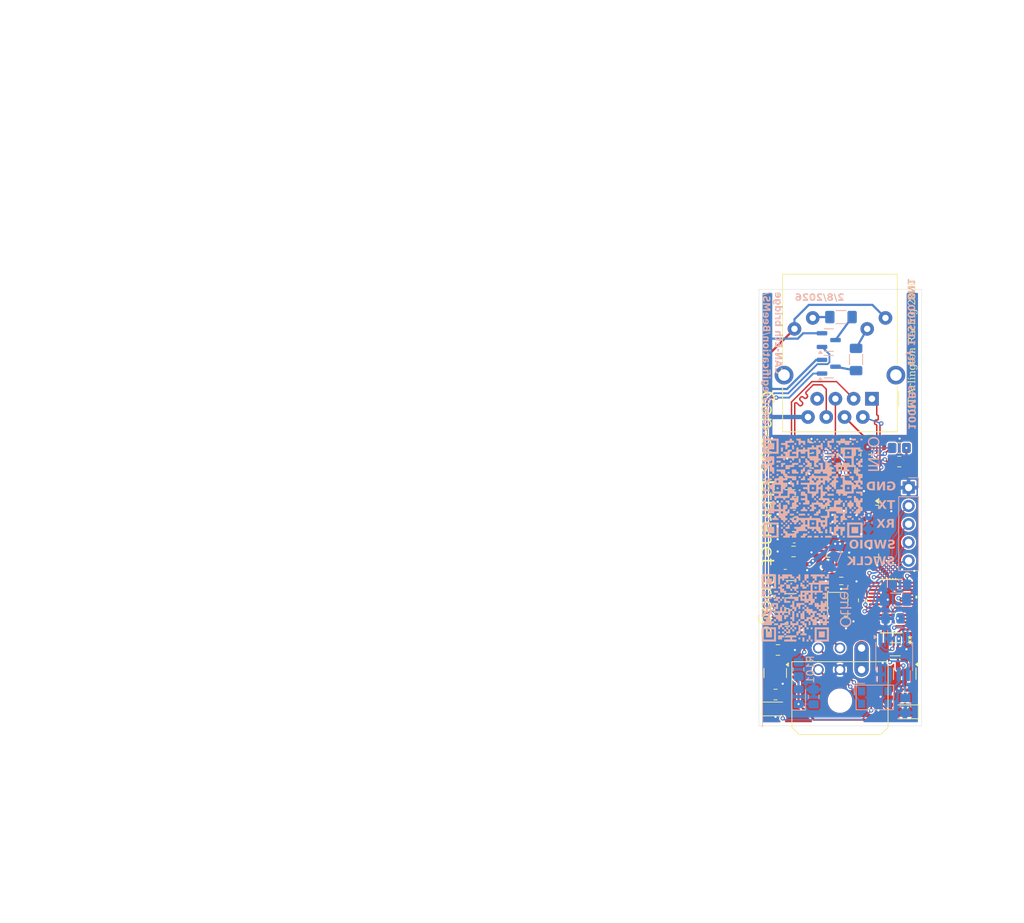
<source format=kicad_pcb>
(kicad_pcb (version 20241229) (generator "pcbnew") (generator_version "9.0")
  (layers (0 "F.Cu" signal) (2 "B.Cu" signal) (13 "F.Paste" user) (15 "B.Paste" user) (5 "F.SilkS" user "F.Silkscreen") (7 "B.SilkS" user "B.Silkscreen") (1 "F.Mask" user) (3 "B.Mask" user) (25 "Edge.Cuts" user))
  (net 0 "")
  (net 1 "/GLV+")
  (net 2 "GND")
  (net 3 "+5V")
  (net 4 "+3.3V")
  (net 5 "Net-(D101-K)")
  (net 6 "Net-(D105-K)")
  (net 7 "Net-(U103-CANH)")
  (net 8 "Net-(U103-CANL)")
  (net 9 "/Ethernet/+3.3VA")
  (net 10 "Net-(U301-XI{slash}CLKIN)")
  (net 11 "Net-(C306-Pad1)")
  (net 12 "Net-(U301-1V2O)")
  (net 13 "Net-(U301-TOCAP)")
  (net 14 "/Ethernet/RD+")
  (net 15 "/Ethernet/RD-")
  (net 16 "Net-(J301-TCT)")
  (net 17 "Net-(J301-RCT)")
  (net 18 "Net-(U104-PA2_{slash}_ROSC)")
  (net 19 "Net-(U104-NRST)")
  (net 20 "/led.i1")
  (net 21 "/led.sched")
  (net 22 "/prog.uart_ui_rx")
  (net 23 "/prog.uart_ui_tx")
  (net 25 "Net-(J301-PadL2)")
  (net 27 "/Ethernet/TD-")
  (net 29 "Net-(J301-PadL3)")
  (net 30 "/Ethernet/TD+")
  (net 31 "/prog.SWCLK")
  (net 32 "/G_IL+")
  (net 33 "/prog.SWDIO")
  (net 34 "Net-(Q301-C)")
  (net 35 "Net-(Q301-B)")
  (net 36 "Net-(Q302-C)")
  (net 37 "Net-(Q302-B)")
  (net 38 "Net-(U301-XO)")
  (net 39 "Net-(U301-EXRES1)")
  (net 40 "/Ethernet/RX+")
  (net 41 "/Ethernet/RX-")
  (net 42 "/G_CAN-")
  (net 43 "/can.tx")
  (net 44 "/can.rx")
  (net 45 "/G_CAN+")
  (net 47 "/eth.MISO{slash}POCI")
  (net 51 "/eth.reset_N")
  (net 61 "/eth.MOSI{slash}PICO")
  (net 62 "/eth.cs_N")
  (net 66 "/eth.SCLK")
  (net 67 "/eth.irq_N")
  (net 68 "/vcore")
  (net 69 "Net-(U301-LINKLED)")
  (net 70 "Net-(U301-ACTLED)")
  (net 78 "Net-(D102-K)")
  (net 80 "Net-(D101-A)")
  (footprint "Capacitor_SMD:C_1206_3216Metric_Pad1.33x1.80mm_HandSolder" (layer "F.Cu") (at 152.337499 111.7)
    (property "Reference" "C105" (hide yes))
    (property "Value" "10u")
  )
  (footprint "Resistor_SMD:R_0805_2012Metric_Pad1.20x1.40mm_HandSolder" (layer "F.Cu") (at 144.124999 86.549999 -90)
    (property "Reference" "R314" (hide yes))
    (property "Value" "49.9")
  )
  (footprint "Resistor_SMD:R_0805_2012Metric_Pad1.20x1.40mm_HandSolder" (layer "F.Cu") (at 137.25 107.3)
    (property "Reference" "R311" (hide yes))
    (property "Value" "2.4k")
  )
  (footprint "Resistor_SMD:R_0805_2012Metric_Pad1.20x1.40mm_HandSolder" (layer "F.Cu") (at 146.024999 86.549999 -90)
    (property "Reference" "R310" (hide yes))
    (property "Value" "49.9")
  )
  (footprint "Capacitor_SMD:C_1206_3216Metric_Pad1.33x1.80mm_HandSolder" (layer "F.Cu") (at 137.880001 103.05 180)
    (property "Reference" "C309" (hide yes))
    (property "Value" "10u")
  )
  (footprint "Package_QFP:LQFP-48_7x7mm_P0.5mm" (layer "F.Cu") (at 146.4325 95.275 -90)
    (property "Reference" "U301" (hide yes))
    (property "Value" "W5500")
  )
  (footprint "Capacitor_SMD:C_0805_2012Metric_Pad1.18x1.45mm_HandSolder" (layer "F.Cu") (at 140.7 85.75 180)
    (property "Reference" "C316" (hide yes))
    (property "Value" "6.8n")
  )
  (footprint "Capacitor_SMD:C_0805_2012Metric_Pad1.18x1.45mm_HandSolder" (layer "F.Cu") (at 137.280001 105.3 180)
    (property "Reference" "C313" (hide yes))
    (property "Value" "220n")
  )
  (footprint "Resistor_SMD:R_0805_2012Metric_Pad1.20x1.40mm_HandSolder" (layer "F.Cu") (at 153.7 118.4 180)
    (property "Reference" "R103" (hide yes))
    (property "Value" "2.4k")
  )
  (footprint "Resistor_SMD:R_0805_2012Metric_Pad1.20x1.40mm_HandSolder" (layer "F.Cu") (at 146.5 104.89 90)
    (property "Reference" "R302" (hide yes))
    (property "Value" "10")
  )
  (footprint "Capacitor_SMD:C_0603_1608Metric_Pad1.08x0.95mm_HandSolder" (layer "F.Cu") (at 138.3 92.875 180)
    (property "Reference" "C305" (hide yes))
    (property "Value" "100n")
  )
  (footprint "Connector_RJ:RJ45_Amphenol_RJMG1BD3B8K1ANR" (layer "F.Cu") (at 149.105 76.86 180)
    (property "Reference" "J301" (hide yes))
    (property "Value" "RJ45_Amphenol_RJMG1BD3B8K1ANR")
  )
  (footprint "Package_TO_SOT_SMD:SOT-23" (layer "F.Cu") (at 135.6625 115 -90)
    (property "Reference" "U102" (hide yes))
    (property "Value" "AP7381-33SA-7")
  )
  (footprint "Resistor_SMD:R_0805_2012Metric_Pad1.20x1.40mm_HandSolder" (layer "F.Cu") (at 152.9 83.7)
    (property "Reference" "R309" (hide yes))
    (property "Value" "49.9")
  )
  (footprint "Capacitor_SMD:C_0805_2012Metric_Pad1.18x1.45mm_HandSolder" (layer "F.Cu") (at 141.7 106.9 -90)
    (property "Reference" "C303" (hide yes))
    (property "Value" "18p")
  )
  (footprint "Capacitor_SMD:C_0805_2012Metric_Pad1.18x1.45mm_HandSolder" (layer "F.Cu") (at 145.5 107.82)
    (property "Reference" "C306" (hide yes))
    (property "Value" "18p")
  )
  (footprint "zzLocalLibraries-Footprints:VSSOP28_DGS_TEX-M" (layer "F.Cu") (at 151.8 105.7 180)
    (property "Reference" "U104" (hide yes))
    (property "Value" "XMSM0G3507SDGS28R")
  )
  (footprint "Crystal:Crystal_SMD_2016-4Pin_2.0x1.6mm" (layer "F.Cu") (at 144.150001 105.2 -90)
    (property "Reference" "Y301" (hide yes))
    (property "Value" "Crystal_GND24")
  )
  (footprint "Resistor_SMD:R_0603_1608Metric_Pad0.98x0.95mm_HandSolder" (layer "F.Cu") (at 144.840001 102.2)
    (property "Reference" "R301" (hide yes))
    (property "Value" "1M")
  )
  (footprint "Connector_Molex:Molex_Micro-Fit_3.0_43045-0600_2x03_P3.00mm_Horizontal" (layer "F.Cu") (at 147.66 114.53 180)
    (property "Reference" "J101" (hide yes))
    (property "Value" "Global LV and CAN")
  )
  (footprint "Resistor_SMD:R_0805_2012Metric_Pad1.20x1.40mm_HandSolder" (layer "F.Cu") (at 152.9 85.6)
    (property "Reference" "R313" (hide yes))
    (property "Value" "49.9")
  )
  (footprint "LED_SMD:LED_0805_2012Metric_Pad1.15x1.40mm_HandSolder" (layer "F.Cu") (at 153.7 120.4 180)
    (property "Reference" "D105" (hide yes))
    (property "Value" "blue")
  )
  (footprint "Capacitor_SMD:C_0805_2012Metric_Pad1.18x1.45mm_HandSolder" (layer "F.Cu") (at 140.700002 83.72 180)
    (property "Reference" "C317" (hide yes))
    (property "Value" "6.8n")
  )
  (footprint "Capacitor_SMD:C_0603_1608Metric_Pad1.08x0.95mm_HandSolder" (layer "F.Cu") (at 138.3 96.4 180)
    (property "Reference" "C304" (hide yes))
    (property "Value" "100n")
  )
  (footprint "Inductor_SMD:L_0603_1608Metric_Pad1.05x0.95mm_HandSolder" (layer "F.Cu") (at 137.05 101.1 180)
    (property "Reference" "FB301" (hide yes))
    (property "Value" "MH1608-151Y")
  )
  (footprint "Resistor_SMD:R_0805_2012Metric_Pad1.20x1.40mm_HandSolder" (layer "F.Cu") (at 138.3 91.2 180)
    (property "Reference" "R303" (hide yes))
    (property "Value" "12.4k")
  )
  (footprint "Capacitor_SMD:C_1206_3216Metric_Pad1.33x1.80mm_HandSolder" (layer "F.Cu") (at 137.7 88.6 180)
    (property "Reference" "C302" (hide yes))
    (property "Value" "10u")
  )
  (footprint "Resistor_SMD:R_0805_2012Metric_Pad1.20x1.40mm_HandSolder" (layer "F.Cu") (at 137.25 109.25)
    (property "Reference" "R312" (hide yes))
    (property "Value" "2.4k")
  )
  (footprint "Capacitor_SMD:C_0805_2012Metric_Pad1.18x1.45mm_HandSolder" (layer "F.Cu") (at 136.0375 111.8)
    (property "Reference" "C104" (hide yes))
    (property "Value" "220n")
  )
  (footprint "Package_TO_SOT_SMD:SOT-23-3" (layer "F.Cu") (at 153.6625 115.1 -90)
    (property "Reference" "U101" (hide yes))
    (property "Value" "AP7384-50SA")
  )
  (footprint "Resistor_SMD:R_0805_2012Metric_Pad1.20x1.40mm_HandSolder" (layer "F.Cu") (at 135.7 118)
    (property "Reference" "R102" (hide yes))
    (property "Value" "2.4k")
  )
  (footprint "Capacitor_SMD:C_0805_2012Metric_Pad1.18x1.45mm_HandSolder" (layer "F.Cu") (at 138.2 98.1 180)
    (property "Reference" "C312" (hide yes))
    (property "Value" "10n")
  )
  (footprint "Capacitor_SMD:C_0805_2012Metric_Pad1.18x1.45mm_HandSolder" (layer "F.Cu") (at 148.3 84.6 -90)
    (property "Reference" "C318" (hide yes))
    (property "Value" "22n")
  )
  (footprint "Capacitor_SMD:C_0805_2012Metric_Pad1.18x1.45mm_HandSolder" (layer "F.Cu") (at 145.074999 83.699999)
    (property "Reference" "C319" (hide yes))
    (property "Value" "10n")
  )
  (footprint "Capacitor_SMD:C_0805_2012Metric_Pad1.18x1.45mm_HandSolder" (layer "F.Cu") (at 138.3 94.575)
    (property "Reference" "C314" (hide yes))
    (property "Value" "4.7u")
  )
  (footprint "LED_SMD:LED_0805_2012Metric_Pad1.15x1.40mm_HandSolder" (layer "F.Cu") (at 135.7 120)
    (property "Reference" "D102" (hide yes))
    (property "Value" "green")
  )
  (footprint "Capacitor_SMD:C_0603_1608Metric_Pad1.08x0.95mm_HandSolder" (layer "B.Cu") (at 148.6 94.1 -90)
    (property "Reference" "C311" (hide yes))
    (property "Value" "100n")
  )
  (footprint "Package_TO_SOT_SMD:SOT-23" (layer "B.Cu") (at 143.1 72.4)
    (property "Reference" "Q302" (hide yes))
    (property "Value" "MMBT5550L")
  )
  (footprint "Resistor_SMD:R_1206_3216Metric_Pad1.30x1.75mm_HandSolder" (layer "B.Cu") (at 152.4 104.8)
    (property "Reference" "R105" (hide yes))
    (property "Value" "100k")
  )
  (footprint "Resistor_SMD:R_0805_2012Metric_Pad1.20x1.40mm_HandSolder" (layer "B.Cu") (at 153.000001 102.7 180)
    (property "Reference" "R104" (hide yes))
    (property "Value" "2.4k")
  )
  (footprint "Package_TO_SOT_SMD:SOT-23" (layer "B.Cu") (at 143.1 68.7)
    (property "Reference" "Q301" (hide yes))
    (property "Value" "MMBT5550L")
  )
  (footprint "Capacitor_SMD:C_0805_2012Metric_Pad1.18x1.45mm_HandSolder" (layer "B.Cu") (at 152.0375 107.4 180)
    (property "Reference" "C106" (hide yes))
    (property "Value" "220n")
  )
  (footprint "LOGO" (layer "B.Cu") (at 140.9 89.4)
    (property "Reference" "G***" (hide yes))
    (property "Value" "LOGO" (hide yes))
  )
  (footprint "Capacitor_SMD:C_1206_3216Metric_Pad1.33x1.80mm_HandSolder" (layer "B.Cu") (at 143.7 98.7 -112.5)
    (property "Reference" "C301" (hide yes))
    (property "Value" "10u")
  )
  (footprint "Resistor_SMD:R_1206_3216Metric_Pad1.30x1.75mm_HandSolder" (layer "B.Cu") (at 146.9 71.4 -90)
    (property "Reference" "R317" (hide yes))
    (property "Value" "332")
  )
  (footprint "Resistor_SMD:R_1206_3216Metric_Pad1.30x1.75mm_HandSolder" (layer "B.Cu") (at 144.8 65.5 180)
    (property "Reference" "R316" (hide yes))
    (property "Value" "332")
  )
  (footprint "Capacitor_SMD:C_0805_2012Metric_Pad1.18x1.45mm_HandSolder" (layer "B.Cu") (at 153.75 119.5 -90)
    (property "Reference" "C103" (hide yes))
    (property "Value" "220n")
  )
  (footprint "Diode_SMD:D_0805_2012Metric_Pad1.15x1.40mm_HandSolder" (layer "B.Cu") (at 138.9 118.3 90)
    (property "Reference" "D101" (hide yes))
    (property "Value" "TS4148")
  )
  (footprint "Capacitor_SMD:C_0805_2012Metric_Pad1.18x1.45mm_HandSolder" (layer "B.Cu") (at 141 118.3275 90)
    (property "Reference" "C101" (hide yes))
    (property "Value" "220n")
  )
  (footprint "zzLocalLibraries-Footprints:qrcode_wawa" (layer "B.Cu") (at 138.5 106)
    (property "Reference" "G***" (hide yes))
    (property "Value" "LOGO" (hide yes))
  )
  (footprint "Package_SO:SOIC-8_3.9x4.9mm_P1.27mm" (layer "B.Cu") (at 152.2 112.7 -90)
    (property "Reference" "U103" (hide yes))
    (property "Value" "MCP2542FDxMF")
  )
  (footprint "Connector_PinHeader_2.54mm:PinHeader_1x05_P2.54mm_Vertical" (layer "B.Cu") (at 154.2 89.22 180)
    (property "Reference" "J102" (hide yes))
    (property "Value" "Conn_01x05_Pin")
  )
  (footprint "Resistor_SMD:R_0805_2012Metric_Pad1.20x1.40mm_HandSolder" (layer "B.Cu") (at 138.9 114.500001 90)
    (property "Reference" "R101")
    (property "Value" "10")
  )
  (footprint "Inductor_SMD:L_CommonModeChoke_Coilcraft_1812CAN" (layer "B.Cu") (at 149.5 118.4 -90)
    (property "Reference" "FL101" (hide yes))
    (property "Value" "Choke_CommonMode_FerriteCore_1243")
  )
  (footprint "Resistor_SMD:R_0805_2012Metric_Pad1.20x1.40mm_HandSolder" (layer "B.Cu") (at 152.900001 83.7 180)
    (property "Reference" "R315" (hide yes))
    (property "Value" "10")
  )
  (gr_line (start 133.9 114.6) (end 133.9 122.5) (stroke (width 0.1)) (layer "B.SilkS"))
  (gr_line (start 133.4 61.65) (end 156 61.65) (stroke (width 0.05)) (layer "Edge.Cuts"))
  (gr_line (start 156 122.35) (end 156 61.65) (stroke (width 0.05)) (layer "Edge.Cuts"))
  (gr_line (start 156 122.35) (end 133.4 122.35) (stroke (width 0.05)) (layer "Edge.Cuts"))
  (gr_line (start 133.4 122.35) (end 133.4 61.65) (stroke (width 0.05)) (layer "Edge.Cuts"))
  (gr_text "UT-Arlington Racing 2026" (at 154.7 78.8 90) (layer "F.SilkS") (effects (font (size 1 1) (thickness 0.1)) (justify left)))
  (gr_text "Can-bus Ethrenet Bridge" (at 134.5 110.1 270) (layer "F.SilkS") (effects (font (size 1.8 2) (thickness 0.1)) (justify right)))
  (gr_text "INFO" (at 149.2 87.1 270) (layer "B.SilkS") (effects (font (size 1.5 1.5) (thickness 0.1)) (justify left mirror)))
  (gr_text "SWCLK" (at 152.3 99.5 0) (layer "B.SilkS") (effects (font (size 1.2 1.2) (thickness 0.1)) (justify left mirror)))
  (gr_text "Other" (at 145.3 108.7 270) (layer "B.SilkS") (effects (font (size 1.5 1.5) (thickness 0.1)) (justify left mirror)))
  (gr_text "TX" (at 152.33 91.689999 0) (layer "B.SilkS") (effects (font (size 1.2 1.2) (thickness 0.1)) (justify left mirror)))
  (gr_text "SWDIO" (at 152.4 97.2 0) (layer "B.SilkS") (effects (font (size 1.2 1.2) (thickness 0.1)) (justify left mirror)))
  (gr_text "GND" (at 152.46 89.1 0) (layer "B.SilkS") (effects (font (size 1.2 1.2) (thickness 0.1)) (justify left mirror)))
  (gr_text "tty 115200 8N1" (at 154.5 72.3 270) (layer "B.SilkS") (effects (font (size 1 1) (thickness 0.1)) (justify left mirror)))
  (gr_text "2/8/2026" (at 138.4 63.4 0) (layer "B.SilkS") (effects (font (size 1 1) (thickness 0.1)) (justify right bottom mirror)))
  (gr_text "RX" (at 152.3 94.3 0) (layer "B.SilkS") (effects (font (size 1.2 1.2) (thickness 0.1)) (justify left mirror)))
  (gr_text "CAN-Eth bridge\ngithub.com/Gregification/BeeMS/\n" (at 133.8 62 270) (layer "B.SilkS") (effects (font (size 1 0.95) (thickness 0.1)) (justify right bottom mirror)))
  (gr_text "100MBs" (at 154.6 81.2 270) (layer "B.SilkS") (effects (font (size 1 1) (thickness 0.1)) (justify left mirror)))
  (segment (start 140.341 110.459) (end 143.589 110.459) (width 0.3) (layer "F.Cu") (net 1))
  (segment (start 143.589 110.459) (end 144.66 111.53) (width 0.3) (layer "F.Cu") (net 1))
  (segment (start 139.7 112.1) (end 139.7 111.1) (width 0.3) (layer "F.Cu") (net 1))
  (segment (start 139.7 111.1) (end 140.341 110.459) (width 0.3) (layer "F.Cu") (net 1))
  (via (at 139.7 112.1) (size 0.6) (drill 0.3) (layers "F.Cu" "B.Cu") (net 1))
  (segment (start 138.9 112.9) (end 138.9 113.5) (width 0.3) (layer "B.Cu") (net 1))
  (segment (start 139.7 112.1) (end 138.9 112.9) (width 0.3) (layer "B.Cu") (net 1))
  (segment (start 152.649936 105.449936) (end 154.12605 105.449936) (width 0.25) (layer "F.Cu") (net 2))
  (segment (start 148.1825 89.8175) (end 148.1825 91.1125) (width 0.3) (layer "F.Cu") (net 2))
  (segment (start 153.6625 116.4375) (end 153.6625 116.2375) (width 0.3) (layer "F.Cu") (net 2))
  (segment (start 145.182499 92.407499) (end 145.2 92.425) (width 0.3) (layer "F.Cu") (net 2))
  (segment (start 148 89.7) (end 148.065 89.7) (width 0.3) (layer "F.Cu") (net 2))
  (segment (start 151.775 92.525) (end 151.8 92.5) (width 0.3) (layer "F.Cu") (net 2))
  (segment (start 142.269999 93.025001) (end 143.7 93.025) (width 0.3) (layer "F.Cu") (net 2))
  (segment (start 152.85 117.15) (end 152.95 117.15) (width 0.3) (layer "F.Cu") (net 2))
  (segment (start 142.270001 94.025) (end 143.7 94.025) (width 0.3) (layer "F.Cu") (net 2))
  (segment (start 145.182499 91.1125) (end 145.182499 92.407499) (width 0.3) (layer "F.Cu") (net 2))
  (segment (start 152 104.8) (end 152.649936 105.449936) (width 0.25) (layer "F.Cu") (net 2))
  (segment (start 145.771213 98.253787) (end 145.6825 98.3425) (width 0.25) (layer "F.Cu") (net 2))
  (segment (start 152.95 117.15) (end 153.6625 116.4375) (width 0.3) (layer "F.Cu") (net 2))
  (segment (start 151.45 92.525) (end 150.595 92.525) (width 0.3) (layer "F.Cu") (net 2))
  (segment (start 148.065 89.7) (end 148.1825 89.8175) (width 0.3) (layer "F.Cu") (net 2))
  (segment (start 141.400001 97.524999) (end 142.269999 97.524999) (width 0.25) (layer "F.Cu") (net 2))
  (segment (start 140.7 98.225) (end 141.400001 97.524999) (width 0.25) (layer "F.Cu") (net 2))
  (segment (start 145.944476 98.253787) (end 145.771213 98.253787) (width 0.25) (layer "F.Cu") (net 2))
  (segment (start 151.45 92.525) (end 151.775 92.525) (width 0.3) (layer "F.Cu") (net 2))
  (segment (start 151.3 104.8) (end 152 104.8) (width 0.25) (layer "F.Cu") (net 2))
  (segment (start 145.6825 98.3425) (end 145.6825 99.4375) (width 0.25) (layer "F.Cu") (net 2))
  (segment (start 142.269999 95.525) (end 143.6 95.525) (width 0.3) (layer "F.Cu") (net 2))
  (via (at 150.6 113.6) (size 0.6) (drill 0.3) (layers "F.Cu" "B.Cu") (net 2))
  (via (at 136.7 116.5) (size 0.6) (drill 0.3) (layers "F.Cu" "B.Cu") (net 2))
  (via (at 140.1 100.7) (size 0.6) (drill 0.3) (layers "F.Cu" "B.Cu") (net 2))
  (via (at 136 91.2) (size 0.6) (drill 0.3) (layers "F.Cu" "B.Cu") (net 2))
  (via (at 135.2 106) (size 0.6) (drill 0.3) (layers "F.Cu" "B.Cu") (net 2))
  (via (at 143.1 107.1) (size 0.6) (drill 0.3) (layers "F.Cu" "B.Cu") (net 2))
  (via (at 143.6 95.525) (size 0.6) (drill 0.3) (layers "F.Cu" "B.Cu") (net 2))
  (via (at 148 89.7) (size 0.6) (drill 0.3) (layers "F.Cu" "B.Cu") (net 2))
  (via (at 146.960001 102.26) (size 0.6) (drill 0.3) (layers "F.Cu" "B.Cu") (net 2))
  (via (at 148.8 97.7) (size 0.6) (drill 0.3) (layers "F.Cu" "B.Cu") (net 2))
  (via (at 145.944476 98.253787) (size 0.6) (drill 0.3) (layers "F.Cu" "B.Cu") (net 2))
  (via (at 153.9 111.7) (size 0.6) (drill 0.3) (layers "F.Cu" "B.Cu") (net 2))
  (via (at 146.5375 107.82) (size 0.6) (drill 0.3) (layers "F.Cu" "B.Cu") (net 2))
  (via (at 135.2 103) (size 0.6) (drill 0.3) (layers "F.Cu" "B.Cu") (net 2))
  (via (at 136 96.4) (size 0.6) (drill 0.3) (layers "F.Cu" "B.Cu") (net 2))
  (via (at 137.6 88.6) (size 0.6) (drill 0.3) (layers "F.Cu" "B.Cu") (net 2))
  (via (at 152.85 117.15) (size 0.6) (drill 0.3) (layers "F.Cu" "B.Cu") (net 2))
  (via (at 146.124999 82.45) (size 0.6) (drill 0.3) (layers "F.Cu" "B.Cu") (net 2))
  (via (at 140.7 82.45) (size 0.6) (drill 0.3) (layers "F.Cu" "B.Cu") (net 2))
  (via (at 153.3 100.6) (size 0.6) (drill 0.3) (layers "F.Cu" "B.Cu") (net 2))
  (via (at 143.6 94.025) (size 0.6) (drill 0.3) (layers "F.Cu" "B.Cu") (net 2))
  (via (at 135.2 82.35) (size 0.6) (drill 0.3) (layers "F.Cu" "B.Cu") (net 2))
  (via (at 135.2 104.3) (size 0.6) (drill 0.3) (layers "F.Cu" "B.Cu") (net 2))
  (via (at 150 120.2) (size 0.6) (drill 0.3) (layers "F.Cu" "B.Cu") (net 2))
  (via (at 140.4 87.3) (size 0.6) (drill 0.3) (layers "F.Cu" "B.Cu") (net 2))
  (via (at 143.6 93.025) (size 0.6) (drill 0.3) (layers "F.Cu" "B.Cu") (net 2))
  (via (at 144.810001 103.31) (size 0.6) (drill 0.3) (layers "F.Cu" "B.Cu") (net 2))
  (via (at 151.8 92.5) (size 0.6) (drill 0.3) (layers "F.Cu" "B.Cu") (net 2))
  (via (at 138.4 111.8) (size 0.6) (drill 0.3) (layers "F.Cu" "B.Cu") (net 2))
  (via (at 136 98.1) (size 0.6) (drill 0.3) (layers "F.Cu" "B.Cu") (net 2))
  (via (at 136 92.9) (size 0.6) (drill 0.3) (layers "F.Cu" "B.Cu") (net 2))
  (via (at 145.2 92.425) (size 0.6) (drill 0.3) (layers "F.Cu" "B.Cu") (net 2))
  (via (at 152.950001 82.4) (size 0.6) (drill 0.3) (layers "F.Cu" "B.Cu") (net 2))
  (via (at 155 100.8) (size 0.6) (drill 0.3) (layers "F.Cu" "B.Cu") (net 2))
  (via (at 142.7 102.2) (size 0.6) (drill 0.3) (layers "F.Cu" "B.Cu") (net 2))
  (via (at 146.9375 93.069999) (size 0.6) (drill 0.3) (layers "F.Cu" "B.Cu") (net 2))
  (via (at 136 94.6) (size 0.6) (drill 0.3) (layers "F.Cu" "B.Cu") (net 2))
  (via (at 139.4 109) (size 0.6) (drill 0.3) (layers "F.Cu" "B.Cu") (net 2))
  (via (at 140.7 98.225) (size 0.6) (drill 0.3) (layers "F.Cu" "B.Cu") (net 2))
  (via (at 141.7 107.9375) (size 0.6) (drill 0.3) (layers "F.Cu" "B.Cu") (net 2))
  (via (at 149.85 100.05) (size 0.6) (drill 0.3) (layers "F.Cu" "B.Cu") (net 2))
  (via (at 144.4 96) (size 0.6) (drill 0.3) (layers "F.Cu" "B.Cu") (net 2))
  (via (at 137.328678 85.178679) (size 0.6) (drill 0.3) (layers "F.Cu" "B.Cu") (net 2))
  (via (at 135.7 121.1) (size 0.6) (drill 0.3) (layers "F.Cu" "B.Cu") (net 2))
  (via (at 145.5 108.8) (size 0.6) (drill 0.3) (layers "F.Cu" "B.Cu") (net 2))
  (via (at 150.3 118.3) (size 0.6) (drill 0.3) (layers "F.Cu" "B.Cu") (net 2))
  (via (at 151.3 104.8) (size 0.6) (drill 0.3) (layers "F.Cu" "B.Cu") (net 2))
  (via (at 147.6 95.7) (size 0.6) (drill 0.3) (layers "F.Cu" "B.Cu") (net 2))
  (segment (start 142.1625 67.75) (end 139.55 67.75) (width 0.3) (layer "B.Cu") (net 2))
  (segment (start 141.351407 71.45) (end 137.301407 75.5) (width 0.3) (layer "B.Cu") (net 2))
  (segment (start 142.1625 71.45) (end 141.351407 71.45) (width 0.3) (layer "B.Cu") (net 2))
  (segment (start 135.3 75.5) (end 135 75.2) (width 0.3) (layer "B.Cu") (net 2))
  (segment (start 138.8 68.5) (end 134.9 68.5) (width 0.3) (layer "B.Cu") (net 2))
  (segment (start 140.215 79.400002) (end 135.300002 79.400002) (width 0.6) (layer "B.Cu") (net 2))
  (segment (start 139.55 67.75) (end 138.8 68.5) (width 0.3) (layer "B.Cu") (net 2))
  (segment (start 134.9 68.5) (end 134.8 68.6) (width 0.3) (layer "B.Cu") (net 2))
  (segment (start 135.300002 79.400002) (end 135.3 79.4) (width 0.6) (layer "B.Cu") (net 2))
  (segment (start 137.301407 75.5) (end 135.3 75.5) (width 0.3) (layer "B.Cu") (net 2))
  (segment (start 152.712501 110.347499) (end 152.835 110.225) (width 0.3) (layer "F.Cu") (net 3))
  (segment (start 152.712501 113.9625) (end 152.712501 110.347499) (width 0.3) (layer "F.Cu") (net 3))
  (segment (start 153.468502 113.9625) (end 153.47 113.961002) (width 0.3) (layer "F.Cu") (net 3))
  (segment (start 152.712501 113.9625) (end 153.468502 113.9625) (width 0.3) (layer "F.Cu") (net 3))
  (via (at 152.835 110.225) (size 0.6) (drill 0.3) (layers "F.Cu" "B.Cu") (net 3))
  (via (at 153.47 113.961002) (size 0.6) (drill 0.3) (layers "F.Cu" "B.Cu") (net 3))
  (segment (start 153.75 117.071773) (end 153.75 118.4625) (width 0.3) (layer "B.Cu") (net 3))
  (segment (start 153.47 113.961002) (end 153.47 116.791773) (width 0.3) (layer "B.Cu") (net 3))
  (segment (start 153.47 116.791773) (end 153.75 117.071773) (width 0.3) (layer "B.Cu") (net 3))
  (segment (start 134.7125 110.7125) (end 137.2 110.7125) (width 0.3) (layer "F.Cu") (net 4))
  (segment (start 134.051 71.424001) (end 134.051 110.051) (width 0.3) (layer "F.Cu") (net 4))
  (segment (start 138.335001 67.14) (end 134.051 71.424001) (width 0.3) (layer "F.Cu") (net 4))
  (segment (start 148.415725 106.950316) (end 149.473948 106.950316) (width 0.3) (layer "F.Cu") (net 4))
  (segment (start 138.317501 105.217501) (end 137.925 104.825) (width 0.3) (layer "F.Cu") (net 4))
  (segment (start 144.925678 98.374) (end 143.439322 98.373999) (width 0.25) (layer "F.Cu") (net 4))
  (segment (start 139.442502 103.05) (end 137.975 103.05) (width 0.25) (layer "F.Cu") (net 4))
  (segment (start 151.1 111.7) (end 150.774998 111.7) (width 0.3) (layer "F.Cu") (net 4))
  (segment (start 145.1825 99.437499) (end 145.1825 98.630822) (width 0.25) (layer "F.Cu") (net 4))
  (segment (start 137.2 106.417501) (end 138.317501 105.3) (width 0.3) (layer "F.Cu") (net 4))
  (segment (start 139.9 109.5) (end 147.5 109.5) (width 0.3) (layer "F.Cu") (net 4))
  (segment (start 148 109) (end 148 107.366041) (width 0.3) (layer "F.Cu") (net 4))
  (segment (start 152 105.9) (end 152.050064 105.950064) (width 0.25) (layer "F.Cu") (net 4))
  (segment (start 138.317501 105.3) (end 138.317501 105.217501) (width 0.3) (layer "F.Cu") (net 4))
  (segment (start 137.925 104.825) (end 137.925 103.1) (width 0.3) (layer "F.Cu") (net 4))
  (segment (start 145.1825 98.630822) (end 144.925678 98.374) (width 0.25) (layer "F.Cu") (net 4))
  (segment (start 137.975 103.05) (end 137.925 103.1) (width 0.25) (layer "F.Cu") (net 4))
  (segment (start 134.7125 110.7125) (end 134.7125 114.0625) (width 0.3) (layer "F.Cu") (net 4))
  (segment (start 134.051 110.051) (end 134.7125 110.7125) (width 0.3) (layer "F.Cu") (net 4))
  (segment (start 143.439322 98.373999) (end 139.442502 102.370819) (width 0.25) (layer "F.Cu") (net 4))
  (segment (start 145.1825 99.437499) (end 145.1585 99.437499) (width 0.25) (layer "F.Cu") (net 4))
  (segment (start 137.925 103.1) (end 137.925 101.1) (width 0.3) (layer "F.Cu") (net 4))
  (segment (start 150.774998 111.7) (end 151.6 113.5) (width 0.3) (layer "F.Cu") (net 4))
  (segment (start 138.6875 110.7125) (end 139.9 109.5) (width 0.3) (layer "F.Cu") (net 4))
  (segment (start 151.1 106.950316) (end 149.473948 106.950316) (width 0.3) (layer "F.Cu") (net 4))
  (segment (start 137.2 110.7125) (end 138.6875 110.7125) (width 0.3) (layer "F.Cu") (net 4))
  (segment (start 151.1 106.950316) (end 151.1 111.7) (width 0.3) (layer "F.Cu") (net 4))
  (segment (start 152 106.950316) (end 151.1 106.950316) (width 0.3) (layer "F.Cu") (net 4))
  (segment (start 137.2 110.7125) (end 137.2 106.417501) (width 0.3) (layer "F.Cu") (net 4))
  (segment (start 147.5 109.5) (end 148 109) (width 0.3) (layer "F.Cu") (net 4))
  (segment (start 148 107.366041) (end 148.415725 106.950316) (width 0.3) (layer "F.Cu") (net 4))
  (segment (start 152 105.9) (end 152 106.950316) (width 0.3) (layer "F.Cu") (net 4))
  (segment (start 152.050064 105.950064) (end 154.12605 105.950064) (width 0.25) (layer "F.Cu") (net 4))
  (via (at 152 105.9) (size 0.6) (drill 0.3) (layers "F.Cu" "B.Cu") (net 4))
  (via (at 151.6 113.5) (size 0.6) (drill 0.3) (layers "F.Cu" "B.Cu") (net 4))
  (segment (start 153.716872 113.365002) (end 151.734998 113.365002) (width 0.25) (layer "B.Cu") (net 4))
  (segment (start 151.999999 105.699999) (end 151.999999 102.7) (width 0.25) (layer "B.Cu") (net 4))
  (segment (start 151.734998 113.365002) (end 151.6 113.5) (width 0.25) (layer "B.Cu") (net 4))
  (segment (start 154.105 115.175) (end 154.105 113.75313) (width 0.25) (layer "B.Cu") (net 4))
  (segment (start 138.335001 65.803569) (end 140.33857 63.8) (width 0.3) (layer "B.Cu") (net 4))
  (segment (start 152 105.9) (end 152 105.7) (width 0.25) (layer "B.Cu") (net 4))
  (segment (start 154.105 113.75313) (end 153.716872 113.365002) (width 0.25) (layer "B.Cu") (net 4))
  (segment (start 152 105.7) (end 151.999999 105.699999) (width 0.25) (layer "B.Cu") (net 4))
  (segment (start 149.165002 63.8) (end 150.985002 65.62) (width 0.3) (layer "B.Cu") (net 4))
  (segment (start 140.33857 63.8) (end 149.165002 63.8) (width 0.3) (layer "B.Cu") (net 4))
  (segment (start 138.335001 67.14) (end 138.335001 65.803569) (width 0.3) (layer "B.Cu") (net 4))
  (segment (start 153.3 121.5) (end 153.7 121.1) (width 0.3) (layer "F.Cu") (net 5))
  (segment (start 138.9 119.325001) (end 141.074999 121.5) (width 0.3) (layer "F.Cu") (net 5))
  (segment (start 154.612499 116.787501) (end 154.612499 113.9625) (width 0.3) (layer "F.Cu") (net 5))
  (segment (start 141.074999 121.5) (end 153.3 121.5) (width 0.3) (layer "F.Cu") (net 5))
  (segment (start 153.7 117.7) (end 154.612499 116.787501) (width 0.3) (layer "F.Cu") (net 5))
  (segment (start 136.6125 114.0625) (end 138.9 116.35) (width 0.3) (layer "F.Cu") (net 5))
  (segment (start 138.9 116.35) (end 138.9 119.325001) (width 0.3) (layer "F.Cu") (net 5))
  (segment (start 153.7 121.1) (end 153.7 117.7) (width 0.3) (layer "F.Cu") (net 5))
  (via (at 138.9 119.325001) (size 0.6) (drill 0.3) (layers "F.Cu" "B.Cu") (net 5))
  (segment (start 138.9 119.325001) (end 140.960001 119.325001) (width 0.3) (layer "B.Cu") (net 5))
  (segment (start 140.960001 119.325001) (end 141 119.365) (width 0.3) (layer "B.Cu") (net 5))
  (segment (start 154.725001 120.4) (end 154.725001 118.425) (width 0.25) (layer "F.Cu") (net 6))
  (segment (start 154.725001 118.425) (end 154.700001 118.4) (width 0.25) (layer "F.Cu") (net 6))
  (segment (start 151.565 117.310002) (end 151.340001 117.535001) (width 0.3) (layer "B.Cu") (net 7))
  (segment (start 151.565 115.175) (end 151.565 117.310002) (width 0.3) (layer "B.Cu") (net 7))
  (segment (start 151.34 119.265) (end 152.2 118.405) (width 0.25) (layer "B.Cu") (net 8))
  (segment (start 152.2 116.9) (end 152.834999 116.265001) (width 0.25) (layer "B.Cu") (net 8))
  (segment (start 152.834999 116.265001) (end 152.834999 115.175001) (width 0.25) (layer "B.Cu") (net 8))
  (segment (start 152.2 118.405) (end 152.2 116.9) (width 0.25) (layer "B.Cu") (net 8))
  (segment (start 136.675 99.875) (end 136.175 100.375) (width 0.6) (layer "F.Cu") (net 9))
  (segment (start 143 91.9) (end 140.675001 91.9) (width 0.25) (layer "F.Cu") (net 9))
  (segment (start 144.182501 91.112499) (end 144.182501 92.017499) (width 0.25) (layer "F.Cu") (net 9))
  (segment (start 139.7 92.875001) (end 140.362499 93.537501) (width 0.25) (layer "F.Cu") (net 9))
  (segment (start 144.182501 92.017499) (end 144.008626 92.191374) (width 0.25) (layer "F.Cu") (net 9))
  (segment (start 138.271 89.591501) (end 138.271 92.9) (width 0.25) (layer "F.Cu") (net 9))
  (segment (start 138.271 96.4) (end 138.271 99.846) (width 0.25) (layer "F.Cu") (net 9))
  (segment (start 140.675001 91.9) (end 139.7 92.875001) (width 0.25) (layer "F.Cu") (net 9))
  (segment (start 148.5625 93.1375) (end 144.675 97.025) (width 0.6) (layer "F.Cu") (net 9))
  (segment (start 138.3 99.875) (end 136.675 99.875) (width 0.6) (layer "F.Cu") (net 9))
  (segment (start 148.595001 93.1375) (end 148.5625 93.1375) (width 0.6) (layer "F.Cu") (net 9))
  (segment (start 139.262501 88.6) (end 138.271 89.591501) (width 0.25) (layer "F.Cu") (net 9))
  (segment (start 148.6625 93.070001) (end 148.595001 93.1375) (width 0.6) (layer "F.Cu") (net 9))
  (segment (start 138.271 99.846) (end 138.3 99.875) (width 0.25) (layer "F.Cu") (net 9))
  (segment (start 145.6825 90.375001) (end 145.6825 91.1125) (width 0.2) (layer "F.Cu") (net 9))
  (segment (start 139.1625 92.875001) (end 138.295999 92.875001) (width 0.25) (layer "F.Cu") (net 9))
  (segment (start 139.0625 96.400001) (end 138.271 96.4) (width 0.25) (layer "F.Cu") (net 9))
  (segment (start 140.45 99.875) (end 140.9 99.425) (width 0.6) (layer "F.Cu") (net 9))
  (segment (start 148.5625 92.9625) (end 147.6825 92.0825) (width 0.25) (layer "F.Cu") (net 9))
  (segment (start 153.9 83.7) (end 153.9 85.6) (width 0.3) (layer "F.Cu") (net 9))
  (segment (start 142.27 93.525) (end 140.375 93.525) (width 0.25) (layer "F.Cu") (net 9))
  (segment (start 148.5625 92.970001) (end 148.5625 92.9625) (width 0.25) (layer "F.Cu") (net 9))
  (segment (start 144.008626 92.191374) (end 143.291374 92.191374) (width 0.25) (layer "F.Cu") (net 9))
  (segment (start 141.349999 94.525) (end 142.27 94.525) (width 0.25) (layer "F.Cu") (net 9))
  (segment (start 148.6625 93.070001) (end 148.5625 92.970001) (width 0.25) (layer "F.Cu") (net 9))
  (segment (start 144.307499 89) (end 145.6825 90.375001) (width 0.2) (layer "F.Cu") (net 9))
  (segment (start 138.295999 92.875001) (end 138.271 92.9) (width 0.25) (layer "F.Cu") (net 9))
  (segment (start 136.175 100.375) (end 136.175 101.25) (width 0.6) (layer "F.Cu") (net 9))
  (segment (start 139.262501 89) (end 144.307499 89) (width 0.2) (layer "F.Cu") (net 9))
  (segment (start 139.392501 96.525) (end 142.27 96.525001) (width 0.3) (layer "F.Cu") (net 9))
  (segment (start 143.291374 92.191374) (end 143 91.9) (width 0.25) (layer "F.Cu") (net 9))
  (segment (start 139.7 92.875001) (end 139.1625 92.875001) (width 0.25) (layer "F.Cu") (net 9))
  (segment (start 147.6825 92.0825) (end 147.6825 91.112501) (width 0.25) (layer "F.Cu") (net 9))
  (segment (start 150.7 91.032501) (end 153.9 85.6) (width 0.25) (layer "F.Cu") (net 9))
  (segment (start 144.675 97.025) (end 144 97.025) (width 0.6) (layer "F.Cu") (net 9))
  (segment (start 140.375 93.525) (end 140.362499 93.537501) (width 0.25) (layer "F.Cu") (net 9))
  (segment (start 148.6625 93.070001) (end 150.7 91.032501) (width 0.25) (layer "F.Cu") (net 9))
  (segment (start 138.271 92.9) (end 138.271 96.4) (width 0.25) (layer "F.Cu") (net 9))
  (segment (start 140.45 99.875) (end 138.3 99.875) (width 0.6) (layer "F.Cu") (net 9))
  (segment (start 140.362499 93.537501) (end 141.349999 94.525) (width 0.25) (layer "F.Cu") (net 9))
  (via (at 148.6625 93.070001) (size 0.6) (drill 0.3) (layers "F.Cu" "B.Cu") (net 9))
  (via (at 144 97.025) (size 0.6) (drill 0.3) (layers "F.Cu" "B.Cu") (net 9))
  (via (at 153.9 83.7) (size 0.6) (drill 0.3) (layers "F.Cu" "B.Cu") (net 9))
  (via (at 140.9 99.425) (size 0.6) (drill 0.3) (layers "F.Cu" "B.Cu") (net 9))
  (via (at 144.675 97.025) (size 0.6) (drill 0.3) (layers "F.Cu" "B.Cu") (net 9))
  (via (at 140.45 99.875) (size 0.6) (drill 0.3) (layers "F.Cu" "B.Cu") (net 9))
  (segment (start 144 97.025) (end 143.875 97.025) (width 0.6) (layer "B.Cu") (net 9))
  (segment (start 143.875 97.025) (end 144.55 97.025) (width 0.6) (layer "B.Cu") (net 9))
  (segment (start 140.45 99.875) (end 144 97.025) (width 0.6) (layer "B.Cu") (net 9))
  (segment (start 145.75 101.25) (end 146.182501 100.817499) (width 0.25) (layer "F.Cu") (net 10))
  (segment (start 143.927501 102.2) (end 144.877501 101.25) (width 0.25) (layer "F.Cu") (net 10))
  (segment (start 146.182501 100.817499) (end 146.182501 99.437499) (width 0.25) (layer "F.Cu") (net 10))
  (segment (start 141.7 105.8625) (end 143.600002 104.5) (width 0.25) (layer "F.Cu") (net 10))
  (segment (start 143.600002 102.527499) (end 143.927501 102.2) (width 0.25) (layer "F.Cu") (net 10))
  (segment (start 143.600002 104.5) (end 143.600002 102.527499) (width 0.25) (layer "F.Cu") (net 10))
  (segment (start 144.877501 101.25) (end 145.75 101.25) (width 0.25) (layer "F.Cu") (net 10))
  (segment (start 146.600002 105.9) (end 146.610001 105.890001) (width 0.25) (layer "F.Cu") (net 11))
  (segment (start 144.7 105.9) (end 144.7 107.667499) (width 0.25) (layer "F.Cu") (net 11))
  (segment (start 144.7 105.9) (end 146.600002 105.9) (width 0.25) (layer "F.Cu") (net 11))
  (segment (start 144.7 107.667499) (end 144.852501 107.82) (width 0.25) (layer "F.Cu") (net 11))
  (segment (start 140.7 97.025) (end 139.500001 98.224999) (width 0.3) (layer "F.Cu") (net 12))
  (segment (start 142.269999 97.025) (end 140.7 97.025) (width 0.3) (layer "F.Cu") (net 12))
  (segment (start 139.500001 98.224999) (end 139.3375 98.224999) (width 0.3) (layer "F.Cu") (net 12))
  (segment (start 140.7375 96.025) (end 139.3375 94.625) (width 0.3) (layer "F.Cu") (net 13))
  (segment (start 142.27 96.025) (end 140.7375 96.025) (width 0.3) (layer "F.Cu") (net 13))
  (segment (start 137.925 83.893198) (end 137.925 77.306802) (width 0.2) (layer "F.Cu") (net 14))
  (segment (start 137.925 77.306802) (end 140.756802 74.475) (width 0.2) (layer "F.Cu") (net 14))
  (segment (start 144.18 74.475) (end 146.565 76.86) (width 0.2) (layer "F.Cu") (net 14))
  (segment (start 138.571804 84.540002) (end 137.925 83.893198) (width 0.2) (layer "F.Cu") (net 14))
  (segment (start 138.8225 84.540002) (end 138.571804 84.540002) (width 0.2) (layer "F.Cu") (net 14))
  (segment (start 140.756802 74.475) (end 144.18 74.475) (width 0.2) (layer "F.Cu") (net 14))
  (segment (start 139.612498 85.33) (end 138.8225 84.540002) (width 0.2) (layer "F.Cu") (net 14))
  (segment (start 139.56294 76.644669) (end 139.664142 76.745871) (width 0.2) (layer "F.Cu") (net 15))
  (segment (start 139.987202 75.880992) (end 140.072057 75.79614) (width 0.2) (layer "F.Cu") (net 15))
  (segment (start 138.375 78.3) (end 138.375 77.65) (width 0.2) (layer "F.Cu") (net 15))
  (segment (start 139.223528 76.644669) (end 139.223529 76.644669) (width 0.2) (layer "F.Cu") (net 15))
  (segment (start 138.8225 84.09) (end 138.758198 84.09) (width 0.2) (layer "F.Cu") (net 15))
  (segment (start 140.943198 74.925) (end 142.15 74.925) (width 0.2) (layer "F.Cu") (net 15))
  (segment (start 140.003553 76.745871) (end 140.088405 76.661018) (width 0.2) (layer "F.Cu") (net 15))
  (segment (start 140.072057 75.79614) (end 140.159099 75.709099) (width 0.2) (layer "F.Cu") (net 15))
  (segment (start 138.375 77.65) (end 138.375 77.493198) (width 0.2) (layer "F.Cu") (net 15))
  (segment (start 139.6125 83.3) (end 138.8225 84.09) (width 0.2) (layer "F.Cu") (net 15))
  (segment (start 139.331802 77.771178) (end 139.416654 77.686325) (width 0.2) (layer "F.Cu") (net 15))
  (segment (start 139.416654 77.346913) (end 139.138673 77.068932) (width 0.2) (layer "F.Cu") (net 15))
  (segment (start 140.088405 76.321606) (end 139.987202 76.220403) (width 0.2) (layer "F.Cu") (net 15))
  (segment (start 142.15 74.925) (end 142.755 75.53) (width 0.2) (layer "F.Cu") (net 15))
  (segment (start 138.714411 77.493198) (end 138.992391 77.771178) (width 0.2) (layer "F.Cu") (net 15))
  (segment (start 138.375 83.706802) (end 138.375 78.3) (width 0.2) (layer "F.Cu") (net 15))
  (segment (start 142.755 75.53) (end 142.755 79.4) (width 0.2) (layer "F.Cu") (net 15))
  (segment (start 138.758198 84.09) (end 138.375 83.706802) (width 0.2) (layer "F.Cu") (net 15))
  (segment (start 139.138673 76.729521) (end 139.223528 76.644669) (width 0.2) (layer "F.Cu") (net 15))
  (segment (start 140.159099 75.709099) (end 140.943198 74.925) (width 0.2) (layer "F.Cu") (net 15))
  (arc (start 138.992391 77.771178) (mid 139.162097 77.841472) (end 139.331802 77.771178) (width 0.2) (layer "F.Cu") (net 15))
  (arc (start 139.664142 76.745871) (mid 139.833848 76.816165) (end 140.003553 76.745871) (width 0.2) (layer "F.Cu") (net 15))
  (arc (start 139.138673 77.068932) (mid 139.068378 76.899227) (end 139.138673 76.729521) (width 0.2) (layer "F.Cu") (net 15))
  (arc (start 139.987202 76.220403) (mid 139.916907 76.050698) (end 139.987202 75.880992) (width 0.2) (layer "F.Cu") (net 15))
  (arc (start 139.223529 76.644669) (mid 139.393234 76.574375) (end 139.56294 76.644669) (width 0.2) (layer "F.Cu") (net 15))
  (arc (start 140.088405 76.661018) (mid 140.1587 76.491312) (end 140.088405 76.321606) (width 0.2) (layer "F.Cu") (net 15))
  (arc (start 139.416654 77.686325) (mid 139.486949 77.516619) (end 139.416654 77.346913) (width 0.2) (layer "F.Cu") (net 15))
  (arc (start 138.375 77.493198) (mid 138.544705 77.422904) (end 138.714411 77.493198) (width 0.2) (layer "F.Cu") (net 15))
  (segment (start 148.3 82.405002) (end 148.3 83.2125) (width 0.25) (layer "F.Cu") (net 16))
  (segment (start 145.294999 79.400001) (end 148.3 82.405002) (width 0.25) (layer "F.Cu") (net 16))
  (segment (start 148.3 83.2125) (end 147.95 83.5625) (width 0.25) (layer "F.Cu") (net 16))
  (via (at 148.5 83.5625) (size 0.6) (drill 0.3) (layers "F.Cu" "B.Cu") (net 16))
  (segment (start 148.6375 83.7) (end 148.5 83.5625) (width 0.2) (layer "B.Cu") (net 16))
  (segment (start 151.699999 83.7) (end 148.6375 83.7) (width 0.2) (layer "B.Cu") (net 16))
  (segment (start 144.124999 83.837499) (end 144.037499 83.749999) (width 0.25) (layer "F.Cu") (net 17))
  (segment (start 144.225 83.749999) (end 144.037499 83.749999) (width 0.25) (layer "F.Cu") (net 17))
  (segment (start 144.037499 85.462498) (end 144.124999 85.549998) (width 0.25) (layer "F.Cu") (net 17))
  (segment (start 144.299998 83.4375) (end 144.037499 83.699999) (width 0.2) (layer "F.Cu") (net 17))
  (segment (start 144.024999 76.860001) (end 144.024999 83.4375) (width 0.2) (layer "F.Cu") (net 17))
  (segment (start 146.024999 85.549998) (end 144.225 83.749999) (width 0.25) (layer "F.Cu") (net 17))
  (segment (start 144.037499 83.749999) (end 144.037499 85.462498) (width 0.25) (layer "F.Cu") (net 17))
  (segment (start 144.299998 83.4875) (end 144.037499 83.749999) (width 0.2) (layer "F.Cu") (net 17))
  (segment (start 154.126051 104.949811) (end 153.149811 104.949811) (width 0.25) (layer "F.Cu") (net 18))
  (segment (start 153.149811 104.949811) (end 152.8 104.6) (width 0.25) (layer "F.Cu") (net 18))
  (via (at 152.8 104.6) (size 0.6) (drill 0.3) (layers "F.Cu" "B.Cu") (net 18))
  (segment (start 153.75 104.6) (end 153.95 104.8) (width 0.25) (layer "B.Cu") (net 18))
  (segment (start 152.8 104.6) (end 153.75 104.6) (width 0.25) (layer "B.Cu") (net 18))
  (segment (start 155.1987 102.013481) (end 154.685219 101.5) (width 0.25) (layer "F.Cu") (net 19))
  (segment (start 155.1527 106.450189) (end 155.1987 106.404189) (width 0.25) (layer "F.Cu") (net 19))
  (segment (start 154.685219 101.5) (end 154 101.5) (width 0.25) (layer "F.Cu") (net 19))
  (segment (start 155.1987 106.404189) (end 155.1987 102.013481) (width 0.25) (layer "F.Cu") (net 19))
  (segment (start 154.126051 106.450189) (end 155.1527 106.450189) (width 0.25) (layer "F.Cu") (net 19))
  (via (at 154 101.5) (size 0.6) (drill 0.3) (layers "F.Cu" "B.Cu") (net 19))
  (segment (start 154 101.5) (end 154.000001 102.7) (width 0.25) (layer "B.Cu") (net 19))
  (segment (start 149 120.2) (end 149 109.1) (width 0.2) (layer "F.Cu") (net 20))
  (segment (start 136.7 121.3) (end 136.7 120.025001) (width 0.2) (layer "F.Cu") (net 20))
  (segment (start 136.7 120.025001) (end 136.725001 120) (width 0.2) (layer "F.Cu") (net 20))
  (segment (start 149.149181 108.950819) (end 149.473949 108.950819) (width 0.2) (layer "F.Cu") (net 20))
  (segment (start 149 109.1) (end 149.149181 108.950819) (width 0.2) (layer "F.Cu") (net 20))
  (via (at 136.7 121.3) (size 0.6) (drill 0.3) (layers "F.Cu" "B.Cu") (net 20))
  (via (at 149 120.2) (size 0.6) (drill 0.3) (layers "F.Cu" "B.Cu") (net 20))
  (segment (start 136.9 121.5) (end 136.7 121.3) (width 0.2) (layer "B.Cu") (net 20))
  (segment (start 147.7 121.5) (end 136.9 121.5) (width 0.2) (layer "B.Cu") (net 20))
  (segment (start 149 120.2) (end 147.7 121.5) (width 0.2) (layer "B.Cu") (net 20))
  (segment (start 151.492484 120.4) (end 152.674999 120.4) (width 0.2) (layer "F.Cu") (net 21))
  (segment (start 150.6 109.4) (end 149.6 109.4) (width 0.2) (layer "F.Cu") (net 21))
  (segment (start 149.6 109.4) (end 149.6 118.507516) (width 0.2) (layer "F.Cu") (net 21))
  (segment (start 150.6 108.450693) (end 150.6 109.4) (width 0.2) (layer "F.Cu") (net 21))
  (segment (start 149.473949 108.450693) (end 150.6 108.450693) (width 0.2) (layer "F.Cu") (net 21))
  (segment (start 149.6 118.507516) (end 151.492484 120.4) (width 0.2) (layer "F.Cu") (net 21))
  (segment (start 150.450597 102.949306) (end 150.521598 102.878305) (width 0.2) (layer "F.Cu") (net 22))
  (segment (start 150.521598 102.038481) (end 150.162388 101.679271) (width 0.2) (layer "F.Cu") (net 22))
  (segment (start 150.521598 102.878305) (end 150.521598 102.038481) (width 0.2) (layer "F.Cu") (net 22))
  (segment (start 150.162388 101.679271) (end 149.379271 101.679271) (width 0.2) (layer "F.Cu") (net 22))
  (segment (start 149.473948 102.949306) (end 150.450597 102.949306) (width 0.2) (layer "F.Cu") (net 22))
  (via (at 149.379271 101.679271) (size 0.6) (drill 0.3) (layers "F.Cu" "B.Cu") (net 22))
  (segment (start 153.3 95.558579) (end 153.3 95.5) (width 0.2) (layer "B.Cu") (net 22))
  (segment (start 149.962177 101.437824) (end 150 101.4) (width 0.2) (layer "B.Cu") (net 22))
  (segment (start 152.9 96.1) (end 153.2 95.799999) (width 0.2) (layer "B.Cu") (net 22))
  (segment (start 150 101.4) (end 152 99.4) (width 0.2) (layer "B.Cu") (net 22))
  (segment (start 153.512132 94.987868) (end 154.2 94.3) (width 0.2) (layer "B.Cu") (net 22))
  (segment (start 152.6 97.951472) (end 152.6 96.824264) (width 0.2) (layer "B.Cu") (net 22))
  (arc (start 153.3 95.5) (mid 153.355132 95.222836) (end 153.512132 94.987868) (width 0.2) (layer "B.Cu") (net 22))
  (arc (start 152.6 96.824264) (mid 152.677967 96.432295) (end 152.9 96.1) (width 0.2) (layer "B.Cu") (net 22))
  (arc (start 152 99.4) (mid 152.444065 98.73541) (end 152.6 97.951472) (width 0.2) (layer "B.Cu") (net 22))
  (arc (start 149.379271 101.679271) (mid 149.694737 101.616521) (end 149.962177 101.437824) (width 0.2) (layer "B.Cu") (net 22))
  (arc (start 153.2 95.799999) (mid 153.274011 95.689235) (end 153.3 95.558579) (width 0.2) (layer "B.Cu") (net 22))
  (segment (start 149.473949 102.449181) (end 148.849181 102.449181) (width 0.2) (layer "F.Cu") (net 23))
  (segment (start 148.849181 102.449181) (end 148.7525 102.3525) (width 0.2) (layer "F.Cu") (net 23))
  (segment (start 148.7525 102.3525) (end 148.7525 101.1) (width 0.2) (layer "F.Cu") (net 23))
  (via (at 148.7525 101.1) (size 0.6) (drill 0.3) (layers "F.Cu" "B.Cu") (net 23))
  (segment (start 150.015298 100.8) (end 151.391312 99.423986) (width 0.2) (layer "B.Cu") (net 23))
  (segment (start 149.942383 100.869408) (end 150.015298 100.8) (width 0.2) (layer "B.Cu") (net 23))
  (segment (start 151.91759 98.288644) (end 151.920381 98.1467) (width 0.2) (layer "B.Cu") (net 23))
  (segment (start 149.77503 100.981232) (end 149.942383 100.869408) (width 0.2) (layer "B.Cu") (net 23))
  (segment (start 152.3 95.9) (end 152.329289 95.870711) (width 0.2) (layer "B.Cu") (net 23))
  (segment (start 151.921544 98.098122) (end 151.921544 96.813674) (width 0.2) (layer "B.Cu") (net 23))
  (segment (start 151.489712 99.321647) (end 151.656575 99.091976) (width 0.2) (layer "B.Cu") (net 23))
  (segment (start 151.920381 98.1467) (end 151.921544 98.098122) (width 0.2) (layer "B.Cu") (net 23))
  (segment (start 149.589078 101.058259) (end 149.77503 100.981232) (width 0.2) (layer "B.Cu") (net 23))
  (segment (start 151.87318 98.569036) (end 151.91759 98.288644) (width 0.2) (layer "B.Cu") (net 23))
  (segment (start 149.391671 101.097531) (end 149.589078 101.058259) (width 0.2) (layer "B.Cu") (net 23))
  (segment (start 151.656575 99.091976) (end 151.785455 98.83903) (width 0.2) (layer "B.Cu") (net 23))
  (segment (start 152.8 94.734314) (end 152.8 94.1) (width 0.2) (layer "B.Cu") (net 23))
  (segment (start 148.7525 101.1) (end 149.291034 101.1) (width 0.2) (layer "B.Cu") (net 23))
  (segment (start 153.46468 92.495319) (end 154.2 91.76) (width 0.2) (layer "B.Cu") (net 23))
  (segment (start 149.291034 101.1) (end 149.391671 101.097531) (width 0.2) (layer "B.Cu") (net 23))
  (segment (start 151.785455 98.83903) (end 151.87318 98.569036) (width 0.2) (layer "B.Cu") (net 23))
  (segment (start 151.391312 99.423986) (end 151.489712 99.321647) (width 0.2) (layer "B.Cu") (net 23))
  (arc (start 152.8 94.1) (mid 152.972745 93.231553) (end 153.46468 92.495319) (width 0.2) (layer "B.Cu") (net 23))
  (arc (start 151.921544 96.813674) (mid 152.019901 96.319197) (end 152.3 95.9) (width 0.2) (layer "B.Cu") (net 23))
  (arc (start 152.329289 95.870711) (mid 152.677666 95.349327) (end 152.8 94.734314) (width 0.2) (layer "B.Cu") (net 23))
  (segment (start 143.25 65.5) (end 140.995001 65.5) (width 0.3) (layer "B.Cu") (net 25))
  (segment (start 140.995001 65.5) (end 140.874999 65.620002) (width 0.3) (layer "B.Cu") (net 25))
  (segment (start 151.2 85.6) (end 150.9 85.3) (width 0.25) (layer "F.Cu") (net 27))
  (segment (start 150.225 80.475) (end 150.225 87.493198) (width 0.2) (layer "F.Cu") (net 27))
  (segment (start 150.225 87.493198) (end 149.157499 88.560699) (width 0.2) (layer "F.Cu") (net 27))
  (segment (start 151.9 85.6) (end 151.2 85.6) (width 0.25) (layer "F.Cu") (net 27))
  (segment (start 149.157499 91.0875) (end 149.1825 91.112501) (width 0.2) (layer "F.Cu") (net 27))
  (segment (start 149.157499 88.560699) (end 149.157499 91.0875) (width 0.2) (layer "F.Cu") (net 27))
  (segment (start 150.4 80.3) (end 150.225 80.475) (width 0.2) (layer "F.Cu") (net 27))
  (via (at 150.4 86.4) (size 0.6) (drill 0.3) (layers "F.Cu" "B.Cu") (net 27))
  (via (at 150.4 80.3) (size 0.6) (drill 0.3) (layers "F.Cu" "B.Cu") (net 27))
  (via (at 150.9 85.3) (size 0.6) (drill 0.3) (layers "F.Cu" "B.Cu") (net 27))
  (segment (start 150.4 85.5) (end 150.6 85.3) (width 0.25) (layer "B.Cu") (net 27))
  (segment (start 150.6 85.3) (end 150.9 85.3) (width 0.25) (layer "B.Cu") (net 27))
  (segment (start 150.4 80.3) (end 147.835 79.4) (width 0.2) (layer "B.Cu") (net 27))
  (segment (start 150.4 86.4) (end 150.4 85.5) (width 0.25) (layer "B.Cu") (net 27))
  (segment (start 146.9 69.85) (end 148.445001 67.14) (width 0.3) (layer "B.Cu") (net 29))
  (segment (start 151.9 83.7) (end 151.7 83.7) (width 0.25) (layer "F.Cu") (net 30))
  (segment (start 149.775 80.583561) (end 149.775 80.6) (width 0.2) (layer "F.Cu") (net 30))
  (segment (start 148.707498 91.0875) (end 148.682499 91.112499) (width 0.2) (layer "F.Cu") (net 30))
  (segment (start 149.775 79.831633) (end 149.623072 79.831633) (width 0.2) (layer "F.Cu") (net 30))
  (segment (start 149.775 77.53) (end 149.775 78.5) (width 0.2) (layer "F.Cu") (net 30))
  (segment (start 149.105 76.86) (end 149.775 77.53) (width 0.2) (layer "F.Cu") (net 30))
  (segment (start 149.775 81.7) (end 149.775 87.306802) (width 0.2) (layer "F.Cu") (net 30))
  (segment (start 149.775 87.306802) (end 148.707498 88.374304) (width 0.2) (layer "F.Cu") (net 30))
  (segment (start 149.775 79) (end 149.775 79.056633) (width 0.2) (layer "F.Cu") (net 30))
  (segment (start 149.975 79.256633) (end 149.975 79.3) (width 0.2) (layer "F.Cu") (net 30))
  (segment (start 148.707498 88.374304) (end 148.707498 91.0875) (width 0.2) (layer "F.Cu") (net 30))
  (segment (start 149.975 79.7) (end 149.975 79.731633) (width 0.2) (layer "F.Cu") (net 30))
  (segment (start 149.975 79.3) (end 149.975 79.7) (width 0.2) (layer "F.Cu") (net 30))
  (segment (start 149.85 79.831633) (end 149.775 79.831633) (width 0.2) (layer "F.Cu") (net 30))
  (segment (start 149.775 80.6) (end 149.775 81.7) (width 0.2) (layer "F.Cu") (net 30))
  (segment (start 149.875 79.831633) (end 149.85 79.831633) (width 0.2) (layer "F.Cu") (net 30))
  (segment (start 149.775 78.5) (end 149.775 79) (width 0.2) (layer "F.Cu") (net 30))
  (segment (start 151.7 83.7) (end 150.9 84.5) (width 0.25) (layer "F.Cu") (net 30))
  (segment (start 149.471144 79.983561) (end 149.471144 80.279705) (width 0.2) (layer "F.Cu") (net 30))
  (via (at 150.9 84.5) (size 0.6) (drill 0.3) (layers "F.Cu" "B.Cu") (net 30))
  (via (at 149.655 84.7) (size 0.6) (drill 0.3) (layers "F.Cu" "B.Cu") (net 30))
  (arc (start 149.875 79.156633) (mid 149.945711 79.185922) (end 149.975 79.256633) (width 0.2) (layer "F.Cu") (net 30))
  (arc (start 149.623072 80.431633) (mid 149.730501 80.476132) (end 149.775 80.583561) (width 0.2) (layer "F.Cu") (net 30))
  (arc (start 149.471144 80.279705) (mid 149.515643 80.387134) (end 149.623072 80.431633) (width 0.2) (layer "F.Cu") (net 30))
  (arc (start 149.775 79.056633) (mid 149.804289 79.127344) (end 149.875 79.156633) (width 0.2) (layer "F.Cu") (net 30))
  (arc (start 149.623072 79.831633) (mid 149.515643 79.876132) (end 149.471144 79.983561) (width 0.2) (layer "F.Cu") (net 30))
  (arc (start 149.975 79.731633) (mid 149.945711 79.802344) (end 149.875 79.831633) (width 0.2) (layer "F.Cu") (net 30))
  (segment (start 149.655 84.7) (end 150.7 84.7) (width 0.25) (layer "B.Cu") (net 30))
  (segment (start 150.7 84.7) (end 150.9 84.5) (width 0.25) (layer "B.Cu") (net 30))
  (segment (start 148.112784 106.450189) (end 148.08342 106.420825) (width 0.25) (layer "F.Cu") (net 31))
  (segment (start 149.473949 106.450189) (end 148.112784 106.450189) (width 0.25) (layer "F.Cu") (net 31))
  (via (at 148.08342 106.420825) (size 0.6) (drill 0.3) (layers "F.Cu" "B.Cu") (net 31))
  (segment (start 148.08342 106.420825) (end 148.089004 106.418512) (width 0.2) (layer "B.Cu") (net 31))
  (segment (start 148.089004 106.418512) (end 149.111842 105.395674) (width 0.2) (layer "B.Cu") (net 31))
  (segment (start 150.46066 102.13934) (end 152.527035 100.072965) (width 0.2) (layer "B.Cu") (net 31))
  (arc (start 152.527035 100.072965) (mid 153.294597 99.560096) (end 154.2 99.38) (width 0.2) (layer "B.Cu") (net 31))
  (arc (start 149.111842 105.395674) (mid 149.32511 105.076496) (end 149.4 104.7) (width 0.2) (layer "B.Cu") (net 31))
  (arc (start 149.4 104.7) (mid 149.675657 103.314181) (end 150.46066 102.13934) (width 0.2) (layer "B.Cu") (net 31))
  (segment (start 147.659999 111.529999) (end 147.66 114.53) (width 2) (layer "F.Cu") (net 32))
  (segment (start 147.66 114.53) (end 147.659999 114.529999) (width 2) (layer "B.Cu") (net 32))
  (segment (start 147.659999 114.529999) (end 147.659999 111.640001) (width 2) (layer "B.Cu") (net 32))
  (segment (start 147.659999 111.640001) (end 147.66 111.64) (width 2) (layer "B.Cu") (net 32))
  (segment (start 148.447301 105.950064) (end 148.2 105.702763) (width 0.25) (layer "F.Cu") (net 33))
  (segment (start 149.47395 105.950064) (end 148.447301 105.950064) (width 0.25) (layer "F.Cu") (net 33))
  (segment (start 148.2 105.702763) (end 148.2 105.5) (width 0.25) (layer "F.Cu") (net 33))
  (via (at 148.2 105.5) (size 0.6) (drill 0.3) (layers "F.Cu" "B.Cu") (net 33))
  (segment (start 152.409839 99.590161) (end 152.717158 99.282842) (width 0.2) (layer "B.Cu") (net 33))
  (segment (start 153.254558 97.785441) (end 154.2 96.84) (width 0.2) (layer "B.Cu") (net 33))
  (segment (start 153 98.6) (end 153 98.4) (width 0.2) (layer "B.Cu") (net 33))
  (segment (start 149.9 102.1) (end 152.409839 99.590161) (width 0.2) (layer "B.Cu") (net 33))
  (segment (start 149.402082 102.597919) (end 149.9 102.1) (width 0.2) (layer "B.Cu") (net 33))
  (arc (start 153 98.4) (mid 153.066158 98.067403) (end 153.254558 97.785441) (width 0.2) (layer "B.Cu") (net 33))
  (arc (start 148.2 105.5) (mid 148.512411 103.929405) (end 149.402082 102.597919) (width 0.2) (layer "B.Cu") (net 33))
  (arc (start 152.717158 99.282842) (mid 152.926492 98.969551) (end 153 98.6) (width 0.2) (layer "B.Cu") (net 33))
  (segment (start 144.037501 68.7) (end 146.35 65.5) (width 0.3) (layer "B.Cu") (net 34))
  (segment (start 135.4 107.3) (end 135.1 107) (width 0.25) (layer "F.Cu") (net 35))
  (segment (start 136.25 107.3) (end 135.4 107.3) (width 0.25) (layer "F.Cu") (net 35))
  (via (at 135.1 107) (size 0.6) (drill 0.3) (layers "F.Cu" "B.Cu") (net 35))
  (segment (start 143.196 70.6835) (end 142.1625 69.65) (width 0.25) (layer "B.Cu") (net 35))
  (segment (start 135.1 107) (end 134.5 106.4) (width 0.25) (layer "B.Cu") (net 35))
  (segment (start 143.196 71.788896) (end 143.196 70.6835) (width 0.25) (layer "B.Cu") (net 35))
  (segment (start 134.5 106.4) (end 134.5 77.1) (width 0.25) (layer "B.Cu") (net 35))
  (segment (start 134.5 77.1) (end 135.5 76.1) (width 0.25) (layer "B.Cu") (net 35))
  (segment (start 137.466074 76.1) (end 141.520074 72.046) (width 0.25) (layer "B.Cu") (net 35))
  (segment (start 135.5 76.1) (end 137.466074 76.1) (width 0.25) (layer "B.Cu") (net 35))
  (segment (start 141.520074 72.046) (end 142.938896 72.046) (width 0.25) (layer "B.Cu") (net 35))
  (segment (start 142.938896 72.046) (end 143.196 71.788896) (width 0.25) (layer "B.Cu") (net 35))
  (segment (start 144.037501 72.4) (end 146.9 72.95) (width 0.3) (layer "B.Cu") (net 36))
  (segment (start 134.497 77.103) (end 134.497 107.497) (width 0.25) (layer "F.Cu") (net 37))
  (segment (start 134.9 76.7) (end 134.497 77.103) (width 0.25) (layer "F.Cu") (net 37))
  (segment (start 135.8 76.7) (end 134.9 76.7) (width 0.25) (layer "F.Cu") (net 37))
  (segment (start 134.497 107.497) (end 136.25 109.25) (width 0.25) (layer "F.Cu") (net 37))
  (via (at 135.8 76.7) (size 0.6) (drill 0.3) (layers "F.Cu" "B.Cu") (net 37))
  (segment (start 140.95 73.35) (end 138.3 76) (width 0.25) (layer "B.Cu") (net 37))
  (segment (start 137.6 76.7) (end 135.8 76.7) (width 0.25) (layer "B.Cu") (net 37))
  (segment (start 142.1625 73.35) (end 140.95 73.35) (width 0.25) (layer "B.Cu") (net 37))
  (segment (start 138.3 76) (end 137.6 76.7) (width 0.25) (layer "B.Cu") (net 37))
  (segment (start 146.060001 102.5075) (end 146.060001 103.339999) (width 0.25) (layer "F.Cu") (net 38))
  (segment (start 145.752501 102.2) (end 146.060001 102.5075) (width 0.25) (layer "F.Cu") (net 38))
  (segment (start 146.060001 103.339999) (end 146.610001 103.889999) (width 0.25) (layer "F.Cu") (net 38))
  (segment (start 145.752501 102.2) (end 145.672501 102.12) (width 0.25) (layer "F.Cu") (net 38))
  (segment (start 146.6825 101.270001) (end 146.6825 99.437501) (width 0.25) (layer "F.Cu") (net 38))
  (segment (start 145.752501 102.2) (end 146.6825 101.270001) (width 0.25) (layer "F.Cu") (net 38))
  (segment (start 141.4 89.8) (end 139.300001 91.2) (width 0.2) (layer "F.Cu") (net 39))
  (segment (start 144.6825 91.112499) (end 144.6825 90.0825) (width 0.2) (layer "F.Cu") (net 39))
  (segment (start 144.4 89.8) (end 141.4 89.8) (width 0.2) (layer "F.Cu") (net 39))
  (segment (start 144.6825 90.0825) (end 144.4 89.8) (width 0.2) (layer "F.Cu") (net 39))
  (segment (start 146.707499 90.1325) (end 146.707499 91.087501) (width 0.2) (layer "F.Cu") (net 40))
  (segment (start 142.587497 85.125) (end 141.962497 85.75) (width 0.2) (layer "F.Cu") (net 40))
  (segment (start 144.124999 87.55) (end 146.707499 90.1325) (width 0.2) (layer "F.Cu") (net 40))
  (segment (start 146.707499 91.087501) (end 146.682499 91.112501) (width 0.2) (layer "F.Cu") (net 40))
  (segment (start 142.724999 85.125) (end 142.587497 85.125) (width 0.2) (layer "F.Cu") (net 40))
  (via (at 144.624999 87.149999) (size 0.6) (drill 0.3) (layers "F.Cu" "B.Cu") (net 40))
  (via (at 142.724999 85.125) (size 0.6) (drill 0.3) (layers "F.Cu" "B.Cu") (net 40))
  (segment (start 144.849998 85.943197) (end 144.695449 85.788648) (width 0.2) (layer "B.Cu") (net 40))
  (segment (start 143.972998 85.832275) (end 143.888145 85.747422) (width 0.2) (layer "B.Cu") (net 40))
  (segment (start 144.356037 85.788648) (end 144.312408 85.832274) (width 0.2) (layer "B.Cu") (net 40))
  (segment (start 142.924998 84.925001) (end 142.724999 85.125) (width 0.2) (layer "B.Cu") (net 40))
  (segment (start 144.849998 86.925) (end 144.849998 85.943197) (width 0.2) (layer "B.Cu") (net 40))
  (segment (start 143.931772 85.024971) (end 143.84692 84.940119) (width 0.2) (layer "B.Cu") (net 40))
  (segment (start 144.624999 87.149999) (end 144.849998 86.925) (width 0.2) (layer "B.Cu") (net 40))
  (segment (start 143.888145 85.40801) (end 143.931771 85.364381) (width 0.2) (layer "B.Cu") (net 40))
  (segment (start 143.274999 84.925001) (end 142.924998 84.925001) (width 0.2) (layer "B.Cu") (net 40))
  (segment (start 143.831802 84.925001) (end 143.274999 84.925001) (width 0.2) (layer "B.Cu") (net 40))
  (segment (start 143.84692 84.940119) (end 143.831802 84.925001) (width 0.2) (layer "B.Cu") (net 40))
  (arc (start 144.312408 85.832274) (mid 144.142703 85.90257) (end 143.972998 85.832275) (width 0.2) (layer "B.Cu") (net 40))
  (arc (start 143.931771 85.364381) (mid 144.002067 85.194676) (end 143.931772 85.024971) (width 0.2) (layer "B.Cu") (net 40))
  (arc (start 143.888145 85.747422) (mid 143.817849 85.577715) (end 143.888145 85.40801) (width 0.2) (layer "B.Cu") (net 40))
  (arc (start 144.695449 85.788648) (mid 144.525742 85.718352) (end 144.356037 85.788648) (width 0.2) (layer "B.Cu") (net 40))
  (segment (start 141.962499 83.72) (end 142.169999 83.72) (width 0.2) (layer "F.Cu") (net 41))
  (segment (start 147.157501 89.957501) (end 147.157501 91.087501) (width 0.2) (layer "F.Cu") (net 41))
  (segment (start 145.6 87.974999) (end 145.6 88.4) (width 0.2) (layer "F.Cu") (net 41))
  (segment (start 147.157501 91.087501) (end 147.1825 91.1125) (width 0.2) (layer "F.Cu") (net 41))
  (segment (start 146.024999 87.55) (end 145.6 87.974999) (width 0.2) (layer "F.Cu") (net 41))
  (segment (start 142.169999 83.72) (end 142.724999 84.275) (width 0.2) (layer "F.Cu") (net 41))
  (segment (start 145.6 88.4) (end 147.157501 89.957501) (width 0.2) (layer "F.Cu") (net 41))
  (via (at 145.524999 87.149999) (size 0.6) (drill 0.3) (layers "F.Cu" "B.Cu") (net 41))
  (via (at 142.724999 84.275) (size 0.6) (drill 0.3) (layers "F.Cu" "B.Cu") (net 41))
  (segment (start 145.3 86.925) (end 145.3 85.756803) (width 0.2) (layer "B.Cu") (net 41))
  (segment (start 142.924998 84.474999) (end 142.724999 84.275) (width 0.2) (layer "B.Cu") (net 41))
  (segment (start 144.018196 84.474999) (end 142.924998 84.474999) (width 0.2) (layer "B.Cu") (net 41))
  (segment (start 145.524999 87.149999) (end 145.3 86.925) (width 0.2) (layer "B.Cu") (net 41))
  (segment (start 145.3 85.756803) (end 144.018196 84.474999) (width 0.2) (layer "B.Cu") (net 41))
  (segment (start 141.66 114.53) (end 143.63 116.5) (width 0.25) (layer "F.Cu") (net 42))
  (segment (start 145.7 116.5) (end 146.1 116.9) (width 0.25) (layer "F.Cu") (net 42))
  (segment (start 143.63 116.5) (end 145.7 116.5) (width 0.25) (layer "F.Cu") (net 42))
  (via (at 146.1 116.9) (size 0.6) (drill 0.3) (layers "F.Cu" "B.Cu") (net 42))
  (segment (start 146.8 117.8) (end 146.9 118.3) (width 0.25) (layer "B.Cu") (net 42))
  (segment (start 146.9 118.3) (end 147.659999 119.264999) (width 0.25) (layer "B.Cu") (net 42))
  (segment (start 146.1 116.9) (end 146.8 117.8) (width 0.25) (layer "B.Cu") (net 42))
  (segment (start 151.935254 111.632595) (end 152.1 111.467849) (width 0.25) (layer "F.Cu") (net 43))
  (segment (start 152.1 110) (end 153.149181 108.950819) (width 0.25) (layer "F.Cu") (net 43))
  (segment (start 152.1 111.467849) (end 152.1 110) (width 0.25) (layer "F.Cu") (net 43))
  (segment (start 153.149181 108.950819) (end 154.126051 108.950819) (width 0.25) (layer "F.Cu") (net 43))
  (via (at 151.935254 111.632595) (size 0.6) (drill 0.3) (layers "F.Cu" "B.Cu") (net 43))
  (segment (start 151.935254 111.632595) (end 151.767849 111.8) (width 0.25) (layer "B.Cu") (net 43))
  (segment (start 150.895001 111.8) (end 150.295 111.199999) (width 0.25) (layer "B.Cu") (net 43))
  (segment (start 150.295 111.199999) (end 150.295 110.225) (width 0.25) (layer "B.Cu") (net 43))
  (segment (start 151.767849 111.8) (end 150.895001 111.8) (width 0.25) (layer "B.Cu") (net 43))
  (segment (start 152.449306 108.450694) (end 152.2 108.7) (width 0.2) (layer "F.Cu") (net 44))
  (segment (start 154.126052 108.450694) (end 152.449306 108.450694) (width 0.2) (layer "F.Cu") (net 44))
  (via (at 152.2 108.7) (size 0.6) (drill 0.3) (layers "F.Cu" "B.Cu") (net 44))
  (segment (start 153.554999 108.7) (end 154.105 109.250001) (width 0.2) (layer "B.Cu") (net 44))
  (segment (start 154.105 109.250001) (end 154.105 110.225) (width 0.2) (layer "B.Cu") (net 44))
  (segment (start 152.2 108.7) (end 153.554999 108.7) (width 0.2) (layer "B.Cu") (net 44))
  (segment (start 143.2 115.1) (end 144 115.9) (width 0.25) (layer "F.Cu") (net 45))
  (segment (start 146.2 115.9) (end 146.6 116.3) (width 0.25) (layer "F.Cu") (net 45))
  (segment (start 144 115.9) (end 146.2 115.9) (width 0.25) (layer "F.Cu") (net 45))
  (segment (start 143.2 113.07) (end 143.2 115.1) (width 0.25) (layer "F.Cu") (net 45))
  (segment (start 141.66 111.53) (end 143.2 113.07) (width 0.25) (layer "F.Cu") (net 45))
  (via (at 146.6 116.3) (size 0.6) (drill 0.3) (layers "F.Cu" "B.Cu") (net 45))
  (segment (start 146.6 116.3) (end 147.66 117.535) (width 0.25) (layer "B.Cu") (net 45))
  (segment (start 148.3815 101.6) (end 148.3815 104.315459) (width 0.2) (layer "F.Cu") (net 47))
  (segment (start 148.1825 101.401) (end 148.3815 101.6) (width 0.2) (layer "F.Cu") (net 47))
  (segment (start 148.1825 99.437501) (end 148.1825 101.401) (width 0.2) (layer "F.Cu") (net 47))
  (segment (start 148.3815 104.315459) (end 148.515725 104.449684) (width 0.2) (layer "F.Cu") (net 47))
  (segment (start 148.515725 104.449684) (end 149.473948 104.449684) (width 0.2) (layer "F.Cu") (net 47))
  (segment (start 150.594999 98.025) (end 150.594999 98.494999) (width 0.2) (layer "F.Cu") (net 51))
  (segment (start 152.6 102.2) (end 152.849181 102.449181) (width 0.2) (layer "F.Cu") (net 51))
  (segment (start 150.594999 98.494999) (end 152.6 100.5) (width 0.2) (layer "F.Cu") (net 51))
  (segment (start 152.6 100.5) (end 152.6 102.2) (width 0.2) (layer "F.Cu") (net 51))
  (segment (start 152.849181 102.449181) (end 154.126051 102.449181) (width 0.2) (layer "F.Cu") (net 51))
  (segment (start 150.6 105.449936) (end 150.6 103.4) (width 0.2) (layer "F.Cu") (net 61))
  (segment (start 150.6 103.4) (end 151 103) (width 0.2) (layer "F.Cu") (net 61))
  (segment (start 149.47395 105.449936) (end 150.6 105.449936) (width 0.2) (layer "F.Cu") (net 61))
  (segment (start 151 103) (end 151 101.9) (width 0.2) (layer "F.Cu") (net 61))
  (segment (start 148.682499 100.166395) (end 148.682499 99.437501) (width 0.2) (layer "F.Cu") (net 61))
  (segment (start 149.8 100.7) (end 149.216104 100.7) (width 0.2) (layer "F.Cu") (net 61))
  (segment (start 149.216104 100.7) (end 148.682499 100.166395) (width 0.2) (layer "F.Cu") (net 61))
  (segment (start 151 101.9) (end 149.8 100.7) (width 0.2) (layer "F.Cu") (net 61))
  (segment (start 147.1825 98.700001) (end 147.453501 98.429) (width 0.2) (layer "F.Cu") (net 62))
  (segment (start 147.1825 99.4375) (end 147.1825 98.700001) (width 0.2) (layer "F.Cu") (net 62))
  (segment (start 152.449307 102.949307) (end 154.126051 102.949307) (width 0.2) (layer "F.Cu") (net 62))
  (segment (start 149.770103 98.429) (end 149.787103 98.446) (width 0.2) (layer "F.Cu") (net 62))
  (segment (start 149.787103 98.446) (end 149.846 98.446) (width 0.2) (layer "F.Cu") (net 62))
  (segment (start 152.2 102.7) (end 152.449307 102.949307) (width 0.2) (layer "F.Cu") (net 62))
  (segment (start 149.846 98.446) (end 152.2 100.8) (width 0.2) (layer "F.Cu") (net 62))
  (segment (start 147.453501 98.429) (end 149.770103 98.429) (width 0.2) (layer "F.Cu") (net 62))
  (segment (start 152.2 100.8) (end 152.2 102.7) (width 0.2) (layer "F.Cu") (net 62))
  (segment (start 147.978414 101.721588) (end 147.978414 104.437046) (width 0.2) (layer "F.Cu") (net 66))
  (segment (start 148.491179 104.949811) (end 149.473949 104.949811) (width 0.2) (layer "F.Cu") (net 66))
  (segment (start 147.682501 101.425675) (end 147.978414 101.721588) (width 0.2) (layer "F.Cu") (net 66))
  (segment (start 147.682501 99.4375) (end 147.682501 101.425675) (width 0.2) (layer "F.Cu") (net 66))
  (segment (start 147.978414 104.437046) (end 148.491179 104.949811) (width 0.2) (layer "F.Cu") (net 66))
  (segment (start 149.1825 99.4375) (end 150.2375 99.4375) (width 0.2) (layer "F.Cu") (net 67))
  (segment (start 152.249432 103.449432) (end 154.126051 103.449432) (width 0.2) (layer "F.Cu") (net 67))
  (segment (start 151.8 103) (end 152.249432 103.449432) (width 0.2) (layer "F.Cu") (net 67))
  (segment (start 151.8 101) (end 151.8 103) (width 0.2) (layer "F.Cu") (net 67))
  (segment (start 150.2375 99.4375) (end 151.8 101) (width 0.2) (layer "F.Cu") (net 67))
  (segment (start 153.26262 107.950567) (end 152.712053 107.4) (width 0.25) (layer "F.Cu") (net 68))
  (segment (start 152.712053 107.4) (end 152.7 107.4) (width 0.25) (layer "F.Cu") (net 68))
  (segment (start 154.126051 107.950567) (end 153.26262 107.950567) (width 0.25) (layer "F.Cu") (net 68))
  (via (at 152.7 107.4) (size 0.6) (drill 0.3) (layers "F.Cu" "B.Cu") (net 68))
  (segment (start 139.4 105) (end 139.4 106.15) (width 0.25) (layer "F.Cu") (net 69))
  (segment (start 143.6825 99.437499) (end 143.6825 99.8425) (width 0.25) (layer "F.Cu") (net 69))
  (segment (start 143.6825 99.437499) (end 140.6 102.519999) (width 0.25) (layer "F.Cu") (net 69))
  (segment (start 140.6 102.519999) (end 140.6 103.8) (width 0.25) (layer "F.Cu") (net 69))
  (segment (start 139.4 106.15) (end 138.25 107.3) (width 0.25) (layer "F.Cu") (net 69))
  (arc (start 140 104.4) (mid 139.575736 104.575736) (end 139.4 105) (width 0.25) (layer "F.Cu") (net 69))
  (arc (start 140.6 103.8) (mid 140.424264 104.224264) (end 140 104.4) (width 0.25) (layer "F.Cu") (net 69))
  (segment (start 140.86093 104.43907) (end 140.910107 104.386888) (width 0.25) (layer "F.Cu") (net 70))
  (segment (start 140.1 105.2) (end 140.86093 104.43907) (width 0.25) (layer "F.Cu") (net 70))
  (segment (start 139.6 106.6) (end 139.669419 106.527094) (width 0.25) (layer "F.Cu") (net 70))
  (segment (start 140 105.300001) (end 140.1 105.2) (width 0.25) (layer "F.Cu") (net 70))
  (segment (start 144.6825 99.981384) (end 144.6825 99.4375) (width 0.25) (layer "F.Cu") (net 70))
  (segment (start 141.021 104.052627) (end 141.021 103.908833) (width 0.25) (layer "F.Cu") (net 70))
  (segment (start 141.034438 103.645484) (end 141.036824 103.493016) (width 0.25) (layer "F.Cu") (net 70))
  (segment (start 141.021 103.908833) (end 141.021395 103.901092) (width 0.25) (layer "F.Cu") (net 70))
  (segment (start 142.45555 101.259833) (end 142.531285 101.184098) (width 0.25) (layer "F.Cu") (net 70))
  (segment (start 141.424724 102.350344) (end 141.61036 102.108425) (width 0.25) (layer "F.Cu") (net 70))
  (segment (start 141.021395 103.901092) (end 141.034438 103.645484) (width 0.25) (layer "F.Cu") (net 70))
  (segment (start 141.036824 103.493016) (end 141.076629 103.19069) (width 0.25) (layer "F.Cu") (net 70))
  (segment (start 141.272252 102.614424) (end 141.424724 102.350344) (width 0.25) (layer "F.Cu") (net 70))
  (segment (start 142.407692 101.307691) (end 142.45555 101.259833) (width 0.25) (layer "F.Cu") (net 70))
  (segment (start 141.155555 102.896146) (end 141.272252 102.614424) (width 0.25) (layer "F.Cu") (net 70))
  (segment (start 141.076629 103.19069) (end 141.155555 102.896146) (width 0.25) (layer "F.Cu") (net 70))
  (segment (start 139.9 105.970422) (end 139.9 105.7) (width 0.25) (layer "F.Cu") (net 70))
  (segment (start 140.910107 104.386888) (end 140.981784 104.262754) (width 0.25) (layer "F.Cu") (net 70))
  (segment (start 138.25 109.25) (end 138.975736 108.524264) (width 0.25) (layer "F.Cu") (net 70))
  (segment (start 141.71647 101.998913) (end 142.407692 101.307691) (width 0.25) (layer "F.Cu") (net 70))
  (segment (start 141.61036 102.108425) (end 141.71647 101.998913) (width 0.25) (layer "F.Cu") (net 70))
  (segment (start 143.7 100.7) (end 143.814868 100.697185) (width 0.25) (layer "F.Cu") (net 70))
  (segment (start 139.9 105.7) (end 139.9 105.541421) (width 0.25) (layer "F.Cu") (net 70))
  (segment (start 139.4 107.5) (end 139.4 107.082843) (width 0.25) (layer "F.Cu") (net 70))
  (segment (start 140.981784 104.262754) (end 141.018891 104.124298) (width 0.25) (layer "F.Cu") (net 70))
  (segment (start 141.018891 104.124298) (end 141.021 104.052627) (width 0.25) (layer "F.Cu") (net 70))
  (arc (start 139.9 105.541421) (mid 139.925989 105.410765) (end 140 105.300001) (width 0.25) (layer "F.Cu") (net 70))
  (arc (start 139.4 107.082843) (mid 139.451978 106.82153) (end 139.6 106.6) (width 0.25) (layer "F.Cu") (net 70))
  (arc (start 143.814868 100.697185) (mid 144.201061 100.590312) (end 144.526674 100.357581) (width 0.25) (layer "F.Cu") (net 70))
  (arc (start 138.975736 108.524264) (mid 139.289737 108.054327) (end 139.4 107.5) (width 0.25) (layer "F.Cu") (net 70))
  (arc (start 139.669419 106.527094) (mid 139.840074 106.27169) (end 139.9 105.970422) (width 0.25) (layer "F.Cu") (net 70))
  (arc (start 144.574544 100.306782) (mid 144.656633 100.153201) (end 144.6825 99.981384) (width 0.25) (layer "F.Cu") (net 70))
  (arc (start 142.531285 101.184098) (mid 143.067496 100.825813) (end 143.7 100.7) (width 0.25) (layer "F.Cu") (net 70))
  (segment (start 134.674999 118.025) (end 134.699999 118) (width 0.3) (layer "F.Cu") (net 78))
  (segment (start 134.674999 120) (end 134.674999 118.025) (width 0.3) (layer "F.Cu") (net 78))
  (segment (start 134.674999 120) (end 134.700001 120) (width 0.3) (layer "F.Cu") (net 78))
  (segment (start 138.9 115.500002) (end 138.9 117.274999) (width 0.3) (layer "B.Cu") (net 80))
  (zone (net 2) (net_name "GND") (layer "F.Cu") (priority 3) (connect_pads yes (clearance 0.2)) (min_thickness 0.2) (fill yes (thermal_gap 0.25) (thermal_bridge_width 0.5))
    (polygon (pts (xy 142.860001 103.66) (xy 142.860001 106.76) (xy 145.460001 106.76) (xy 145.460001 103.66)))
  )
  (zone (net 2) (net_name "GND") (layers "F.Cu" "B.Cu") (connect_pads (clearance 0.2)) (min_thickness 0.2) (fill yes (thermal_gap 0.25) (thermal_bridge_width 0.5))
    (polygon (pts (xy 126.05 149.815) (xy 163.98 149.815) (xy 163.98 56.8) (xy 126.05 56.8)))
  )
  (zone (net 0) (net_name "") (layers "F.Cu" "B.Cu") (name "ethernet magnetics\n") (connect_pads yes (clearance 0)) (min_thickness 0.2)
    (keepout (tracks allowed) (vias allowed) (pads allowed) (copperpour not_allowed) (footprints allowed))
    (fill (thermal_gap 0.25) (thermal_bridge_width 0.5))
    (polygon (pts (xy 135.25 81.9) (xy 153.95 81.9) (xy 153.95 58.4) (xy 135.25 58.4)))
  )
)
</source>
